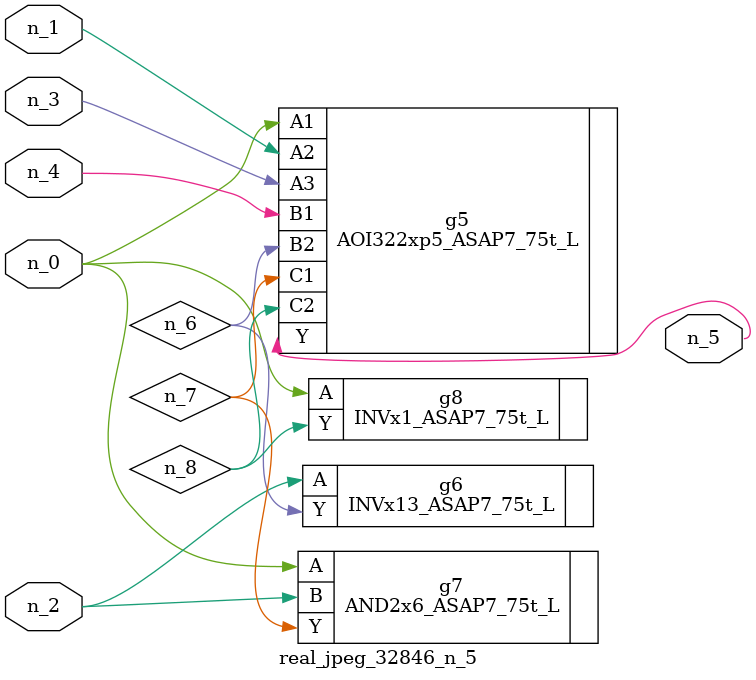
<source format=v>
module real_jpeg_32846_n_5 (n_4, n_0, n_1, n_2, n_3, n_5);

input n_4;
input n_0;
input n_1;
input n_2;
input n_3;

output n_5;

wire n_8;
wire n_6;
wire n_7;

AOI322xp5_ASAP7_75t_L g5 ( 
.A1(n_0),
.A2(n_1),
.A3(n_3),
.B1(n_4),
.B2(n_6),
.C1(n_7),
.C2(n_8),
.Y(n_5)
);

AND2x6_ASAP7_75t_L g7 ( 
.A(n_0),
.B(n_2),
.Y(n_7)
);

INVx1_ASAP7_75t_L g8 ( 
.A(n_0),
.Y(n_8)
);

INVx13_ASAP7_75t_L g6 ( 
.A(n_2),
.Y(n_6)
);


endmodule
</source>
